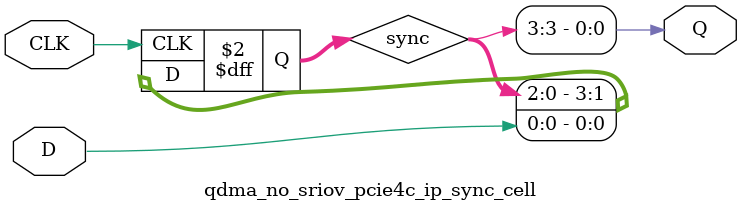
<source format=v>

`timescale 1ps / 1ps

(* DowngradeIPIdentifiedWarnings = "yes" *)
module qdma_no_sriov_pcie4c_ip_sync_cell #
(
    parameter integer STAGE = 3
)
(
    //-------------------------------------------------------------------------- 
    //  Input Ports
    //-------------------------------------------------------------------------- 
    input                               CLK,
    input                               D,
    
    //-------------------------------------------------------------------------- 
    //  Output Ports
    //-------------------------------------------------------------------------- 
    output                              Q
);
    //-------------------------------------------------------------------------- 
    //  Synchronized Signals
    //--------------------------------------------------------------------------  
    (* ASYNC_REG = "TRUE", SHIFT_EXTRACT = "NO" *) reg [STAGE:0] sync;                                                            



//--------------------------------------------------------------------------------------------------
//  Synchronizier
//--------------------------------------------------------------------------------------------------
always @ (posedge CLK)
begin

    sync <= {sync[(STAGE-1):0], D};
            
end   



//--------------------------------------------------------------------------------------------------
//  Generate Output
//--------------------------------------------------------------------------------------------------
assign Q = sync[STAGE];



endmodule

</source>
